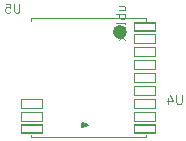
<source format=gbo>
G04 #@! TF.GenerationSoftware,KiCad,Pcbnew,6.0.5-a6ca702e91~116~ubuntu20.04.1*
G04 #@! TF.CreationDate,2022-05-08T17:52:19+03:00*
G04 #@! TF.ProjectId,ict_v361,6963745f-7633-4363-912e-6b696361645f,rev?*
G04 #@! TF.SameCoordinates,Original*
G04 #@! TF.FileFunction,Legend,Bot*
G04 #@! TF.FilePolarity,Positive*
%FSLAX46Y46*%
G04 Gerber Fmt 4.6, Leading zero omitted, Abs format (unit mm)*
G04 Created by KiCad (PCBNEW 6.0.5-a6ca702e91~116~ubuntu20.04.1) date 2022-05-08 17:52:19*
%MOMM*%
%LPD*%
G01*
G04 APERTURE LIST*
G04 Aperture macros list*
%AMRoundRect*
0 Rectangle with rounded corners*
0 $1 Rounding radius*
0 $2 $3 $4 $5 $6 $7 $8 $9 X,Y pos of 4 corners*
0 Add a 4 corners polygon primitive as box body*
4,1,4,$2,$3,$4,$5,$6,$7,$8,$9,$2,$3,0*
0 Add four circle primitives for the rounded corners*
1,1,$1+$1,$2,$3*
1,1,$1+$1,$4,$5*
1,1,$1+$1,$6,$7*
1,1,$1+$1,$8,$9*
0 Add four rect primitives between the rounded corners*
20,1,$1+$1,$2,$3,$4,$5,0*
20,1,$1+$1,$4,$5,$6,$7,0*
20,1,$1+$1,$6,$7,$8,$9,0*
20,1,$1+$1,$8,$9,$2,$3,0*%
G04 Aperture macros list end*
%ADD10C,0.112000*%
%ADD11C,0.203200*%
%ADD12C,0.121920*%
%ADD13C,0.600000*%
%ADD14C,0.100000*%
%ADD15C,2.006600*%
%ADD16RoundRect,0.063500X-0.900000X-0.350000X0.900000X-0.350000X0.900000X0.350000X-0.900000X0.350000X0*%
%ADD17RoundRect,0.063500X-0.900000X-0.400000X0.900000X-0.400000X0.900000X0.400000X-0.900000X0.400000X0*%
G04 APERTURE END LIST*
D10*
X153278547Y-103102609D02*
X153278547Y-103717847D01*
X153242357Y-103790228D01*
X153206166Y-103826419D01*
X153133785Y-103862609D01*
X152989023Y-103862609D01*
X152916642Y-103826419D01*
X152880452Y-103790228D01*
X152844261Y-103717847D01*
X152844261Y-103102609D01*
X152156642Y-103355942D02*
X152156642Y-103862609D01*
X152337595Y-103066419D02*
X152518547Y-103609276D01*
X152048071Y-103609276D01*
X139535247Y-95357609D02*
X139535247Y-95972847D01*
X139499057Y-96045228D01*
X139462866Y-96081419D01*
X139390485Y-96117609D01*
X139245723Y-96117609D01*
X139173342Y-96081419D01*
X139137152Y-96045228D01*
X139100961Y-95972847D01*
X139100961Y-95357609D01*
X138377152Y-95357609D02*
X138739057Y-95357609D01*
X138775247Y-95719514D01*
X138739057Y-95683323D01*
X138666676Y-95647133D01*
X138485723Y-95647133D01*
X138413342Y-95683323D01*
X138377152Y-95719514D01*
X138340961Y-95791895D01*
X138340961Y-95972847D01*
X138377152Y-96045228D01*
X138413342Y-96081419D01*
X138485723Y-96117609D01*
X138666676Y-96117609D01*
X138739057Y-96081419D01*
X138775247Y-96045228D01*
D11*
X144830900Y-105450200D02*
X145338900Y-105628000D01*
X145338900Y-105628000D02*
X144830900Y-105780400D01*
X144830900Y-105780400D02*
X144830900Y-105450200D01*
X144830900Y-105450200D02*
X144932500Y-105678800D01*
X144932500Y-105678800D02*
X145059500Y-105602600D01*
D12*
X148008307Y-95907465D02*
X148523080Y-95907465D01*
X148008307Y-95576540D02*
X148412771Y-95576540D01*
X148486310Y-95613309D01*
X148523080Y-95686848D01*
X148523080Y-95797157D01*
X148486310Y-95870696D01*
X148449541Y-95907465D01*
X148523080Y-96275161D02*
X147750920Y-96275161D01*
X148045076Y-96275161D02*
X148008307Y-96348700D01*
X148008307Y-96495778D01*
X148045076Y-96569317D01*
X148081846Y-96606086D01*
X148155385Y-96642856D01*
X148376002Y-96642856D01*
X148449541Y-96606086D01*
X148486310Y-96569317D01*
X148523080Y-96495778D01*
X148523080Y-96348700D01*
X148486310Y-96275161D01*
X148523080Y-97084090D02*
X148486310Y-97010551D01*
X148412771Y-96973782D01*
X147750920Y-96973782D01*
X148523080Y-97488555D02*
X148486310Y-97415016D01*
X148449541Y-97378246D01*
X148376002Y-97341477D01*
X148155385Y-97341477D01*
X148081846Y-97378246D01*
X148045076Y-97415016D01*
X148008307Y-97488555D01*
X148008307Y-97598863D01*
X148045076Y-97672402D01*
X148081846Y-97709172D01*
X148155385Y-97745942D01*
X148376002Y-97745942D01*
X148449541Y-97709172D01*
X148486310Y-97672402D01*
X148523080Y-97598863D01*
X148523080Y-97488555D01*
X148523080Y-98003328D02*
X148008307Y-98407793D01*
X148008307Y-98003328D02*
X148523080Y-98407793D01*
D13*
X148351100Y-97753600D02*
G75*
G03*
X148351100Y-97753600I-300000J0D01*
G01*
D14*
X140551100Y-106653600D02*
X140551100Y-106503600D01*
X150251100Y-106653600D02*
X150251100Y-106503600D01*
X140551100Y-106653600D02*
X150251100Y-106653600D01*
X150251100Y-96803600D02*
X150251100Y-96553600D01*
X140551100Y-96553600D02*
X150251100Y-96553600D01*
X140551100Y-96803600D02*
X140551100Y-96553600D01*
%LPC*%
D15*
X140621100Y-114843600D03*
X140621100Y-112303600D03*
X143161100Y-114843600D03*
X143161100Y-112303600D03*
X145701100Y-114843600D03*
X145701100Y-112303600D03*
D16*
X150151100Y-106003600D03*
X150151100Y-97303600D03*
D17*
X150151100Y-98353600D03*
X150151100Y-99453600D03*
X150151100Y-100553600D03*
X150151100Y-101653600D03*
X150151100Y-102753600D03*
X150151100Y-103853600D03*
X150151100Y-104953600D03*
D16*
X140651100Y-106003600D03*
D17*
X140651100Y-103853600D03*
X140651100Y-104953600D03*
M02*

</source>
